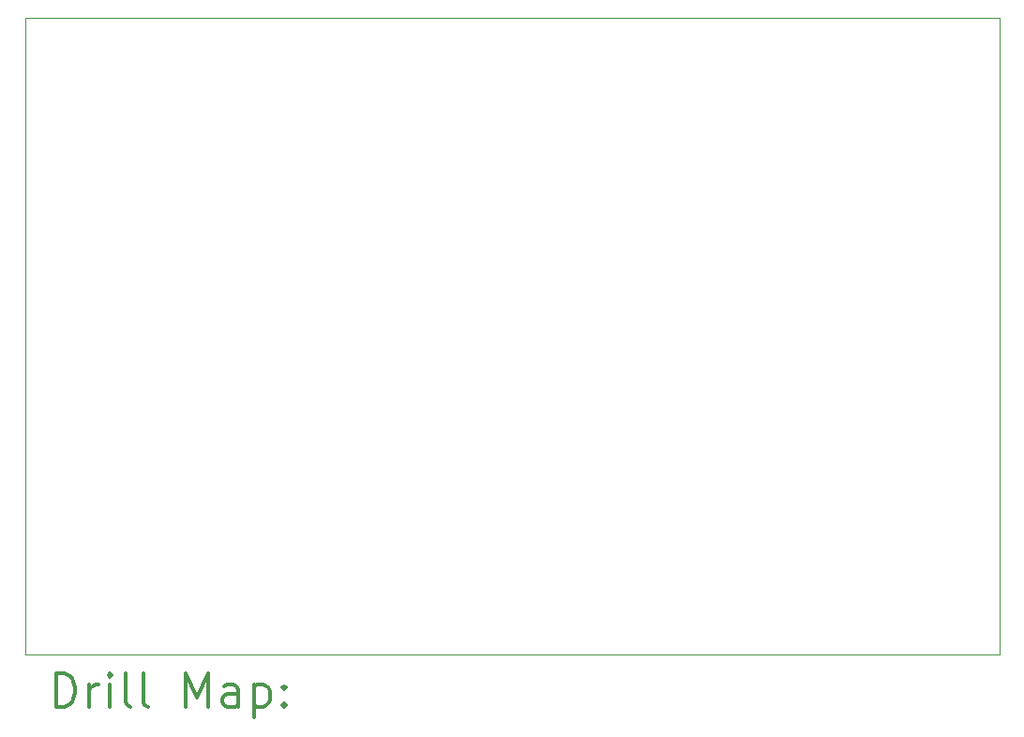
<source format=gbr>
%FSLAX45Y45*%
G04 Gerber Fmt 4.5, Leading zero omitted, Abs format (unit mm)*
G04 Created by KiCad (PCBNEW (5.1.2-1)-1) date 2020-07-08 23:16:25*
%MOMM*%
%LPD*%
G04 APERTURE LIST*
%ADD10C,0.100000*%
%ADD11C,0.200000*%
%ADD12C,0.300000*%
G04 APERTURE END LIST*
D10*
X11200000Y-9000000D02*
X11200000Y-14750000D01*
X20000000Y-9000000D02*
X11200000Y-9000000D01*
X20000000Y-14750000D02*
X11200000Y-14750000D01*
X20000000Y-9000000D02*
X20000000Y-14750000D01*
D11*
D12*
X11481428Y-15220714D02*
X11481428Y-14920714D01*
X11552857Y-14920714D01*
X11595714Y-14935000D01*
X11624286Y-14963571D01*
X11638571Y-14992143D01*
X11652857Y-15049286D01*
X11652857Y-15092143D01*
X11638571Y-15149286D01*
X11624286Y-15177857D01*
X11595714Y-15206429D01*
X11552857Y-15220714D01*
X11481428Y-15220714D01*
X11781428Y-15220714D02*
X11781428Y-15020714D01*
X11781428Y-15077857D02*
X11795714Y-15049286D01*
X11810000Y-15035000D01*
X11838571Y-15020714D01*
X11867143Y-15020714D01*
X11967143Y-15220714D02*
X11967143Y-15020714D01*
X11967143Y-14920714D02*
X11952857Y-14935000D01*
X11967143Y-14949286D01*
X11981428Y-14935000D01*
X11967143Y-14920714D01*
X11967143Y-14949286D01*
X12152857Y-15220714D02*
X12124286Y-15206429D01*
X12110000Y-15177857D01*
X12110000Y-14920714D01*
X12310000Y-15220714D02*
X12281428Y-15206429D01*
X12267143Y-15177857D01*
X12267143Y-14920714D01*
X12652857Y-15220714D02*
X12652857Y-14920714D01*
X12752857Y-15135000D01*
X12852857Y-14920714D01*
X12852857Y-15220714D01*
X13124286Y-15220714D02*
X13124286Y-15063571D01*
X13110000Y-15035000D01*
X13081428Y-15020714D01*
X13024286Y-15020714D01*
X12995714Y-15035000D01*
X13124286Y-15206429D02*
X13095714Y-15220714D01*
X13024286Y-15220714D01*
X12995714Y-15206429D01*
X12981428Y-15177857D01*
X12981428Y-15149286D01*
X12995714Y-15120714D01*
X13024286Y-15106429D01*
X13095714Y-15106429D01*
X13124286Y-15092143D01*
X13267143Y-15020714D02*
X13267143Y-15320714D01*
X13267143Y-15035000D02*
X13295714Y-15020714D01*
X13352857Y-15020714D01*
X13381428Y-15035000D01*
X13395714Y-15049286D01*
X13410000Y-15077857D01*
X13410000Y-15163571D01*
X13395714Y-15192143D01*
X13381428Y-15206429D01*
X13352857Y-15220714D01*
X13295714Y-15220714D01*
X13267143Y-15206429D01*
X13538571Y-15192143D02*
X13552857Y-15206429D01*
X13538571Y-15220714D01*
X13524286Y-15206429D01*
X13538571Y-15192143D01*
X13538571Y-15220714D01*
X13538571Y-15035000D02*
X13552857Y-15049286D01*
X13538571Y-15063571D01*
X13524286Y-15049286D01*
X13538571Y-15035000D01*
X13538571Y-15063571D01*
M02*

</source>
